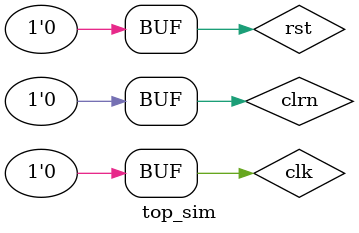
<source format=v>
`timescale 1ns / 1ps


module top_sim;

	// Inputs
	reg clk;
	reg rst;
	reg clrn;

	// Outputs
	wire hs;
	wire vs;
	wire [3:0] r;
	wire [3:0] g;
	wire [3:0] b;
	wire [31:0] clkdiv;

	// Instantiate the Unit Under Test (UUT)
	Top uut (
		.clk(clk), 
		.rst(rst), 
		.clrn(clrn), 
		.hs(hs), 
		.vs(vs), 
		.r(r), 
		.g(g), 
		.b(b), 
		.clkdiv(clkdiv)
	);

	initial begin
		// Initialize Inputs
		clk = 0;
		rst = 0;
		clrn = 0;

		// Wait 100 ns for global reset to finish
		#100;
        
		// Add stimulus here

	end
      
endmodule


</source>
